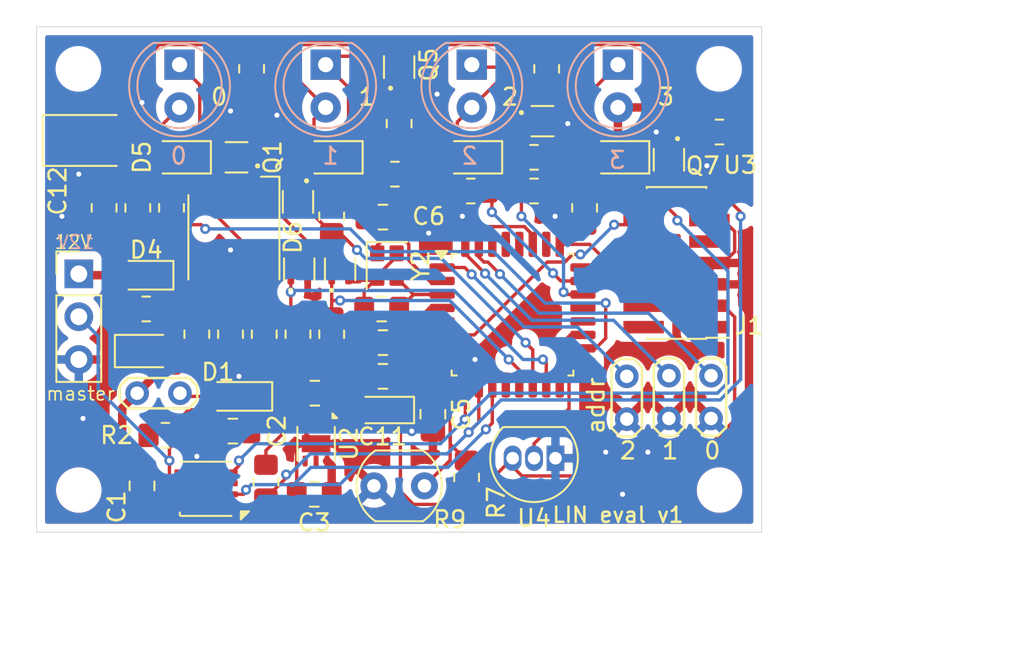
<source format=kicad_pcb>
(kicad_pcb (version 20240108) (generator "pcbnew") (generator_version "8.0")
  (layers (0 "F.Cu" signal) (31 "B.Cu" signal) (34 "B.Paste" user) (35 "F.Paste" user) (36 "B.SilkS" user "B.Silkscreen") (37 "F.SilkS" user "F.Silkscreen") (38 "B.Mask" user) (39 "F.Mask" user) (44 "Edge.Cuts" user))
  (net 0 "")
  (net 1 "VBAT")
  (net 2 "GND")
  (net 3 "/LIN")
  (net 4 "+3V3")
  (net 5 "/RST")
  (net 6 "Net-(U3-PC14)")
  (net 7 "Net-(U3-PC15)")
  (net 8 "Net-(D1-K)")
  (net 9 "Net-(D1-A)")
  (net 10 "Net-(D2-K)")
  (net 11 "Net-(D2-A)")
  (net 12 "Net-(D3-A)")
  (net 13 "Net-(D4-A)")
  (net 17 "/SWCLK")
  (net 19 "/SWDIO")
  (net 21 "/RXD")
  (net 22 "Net-(U3-PA0)")
  (net 23 "/LED_0")
  (net 24 "/LIN_SLEEP")
  (net 26 "/TXD")
  (net 31 "Net-(JP4-B)")
  (net 32 "/LED_1")
  (net 33 "Net-(JP2-B)")
  (net 39 "/LED_2")
  (net 41 "Net-(JP3-B)")
  (net 42 "Net-(U3-PA9{slash}NC)")
  (net 47 "Net-(Q1-G)")
  (net 48 "Net-(D6-GA)")
  (net 49 "Net-(D6-GK)")
  (net 50 "Net-(D6-RK)")
  (net 51 "Net-(D6-BA)")
  (net 52 "Net-(D6-BK)")
  (net 53 "Net-(D6-RA)")
  (net 54 "Net-(D7-A)")
  (net 55 "Net-(D7-K)")
  (net 56 "Net-(D10-K)")
  (net 57 "Net-(D10-A)")
  (net 58 "Net-(D11-A)")
  (net 59 "Net-(D11-K)")
  (net 60 "/LED_B")
  (net 61 "/LED_G")
  (net 62 "/LED_R")
  (net 63 "Net-(Q5-G)")
  (net 64 "Net-(Q6-G)")
  (net 65 "Net-(Q7-G)")
  (net 66 "/LED_3")
  (footprint "Resistor_SMD:R_0805_2012Metric_Pad1.20x1.40mm_HandSolder" (layer "F.Cu") (at 150.25 76.25 -90)
    (property "Reference" "R20" (hide yes))
    (property "Value" "R")
  )
  (footprint "LED_SMD:LED_0805_2012Metric_Pad1.15x1.40mm_HandSolder" (layer "F.Cu") (at 154.475 81.5 180)
    (property "Reference" "D12" (hide yes))
    (property "Value" "LED")
  )
  (footprint "Crystal:Crystal_SMD_SeikoEpson_FA128-4Pin_2.0x1.6mm" (layer "F.Cu") (at 140.775 87.925 -90)
    (property "Reference" "Y2")
    (property "Value" "8Mhz")
  )
  (footprint "Package_TO_SOT_SMD:SOT-523" (layer "F.Cu") (at 138 88.145 90)
    (property "Reference" "Q4" (hide yes))
    (property "Value" "DMG1012T")
  )
  (footprint "Capacitor_SMD:C_0805_2012Metric_Pad1.18x1.45mm_HandSolder" (layer "F.Cu") (at 140.5375 92.5 180)
    (property "Reference" "C10" (hide yes))
    (property "Value" "0.1uF")
  )
  (footprint "Package_TO_SOT_SMD:SOT-523" (layer "F.Cu") (at 131.855 81.5 180)
    (property "Reference" "Q1")
    (property "Value" "DMG1012T")
  )
  (footprint "Capacitor_SMD:C_0805_2012Metric_Pad1.18x1.45mm_HandSolder" (layer "F.Cu") (at 136.4625 101.5 180)
    (property "Reference" "C3")
    (property "Value" "1uF")
  )
  (footprint "Package_TO_SOT_THT:TO-92_Inline" (layer "F.Cu") (at 150.77 99.36 180)
    (property "Reference" "U4")
    (property "Value" "DS18B20")
  )
  (footprint "TestPoint:TestPoint_2Pads_Pitch2.54mm_Drill0.8mm" (layer "F.Cu") (at 160 97 90)
    (property "Reference" "JP4" (hide yes))
    (property "Value" "Jumper_2_Open")
  )
  (footprint "Package_TO_SOT_SMD:SOT-523" (layer "F.Cu") (at 141.5 76.145 90)
    (property "Reference" "Q5")
    (property "Value" "DMG1012T")
  )
  (footprint "TestPoint:TestPoint_2Pads_Pitch2.54mm_Drill0.8mm" (layer "F.Cu") (at 157.5 97 90)
    (property "Reference" "JP3" (hide yes))
    (property "Value" "Jumper_2_Open")
  )
  (footprint "Capacitor_Tantalum_SMD:CP_EIA-3528-15_AVX-H_Pad1.50x2.35mm_HandSolder" (layer "F.Cu") (at 123 80.5)
    (property "Reference" "C12")
    (property "Value" "10uF/16V")
  )
  (footprint "Capacitor_SMD:C_0805_2012Metric_Pad1.18x1.45mm_HandSolder" (layer "F.Cu") (at 131.6375 97.75)
    (property "Reference" "C2")
    (property "Value" "1nF")
  )
  (footprint "Resistor_SMD:R_0805_2012Metric_Pad1.20x1.40mm_HandSolder" (layer "F.Cu") (at 145.5 100.5 90)
    (property "Reference" "R7")
    (property "Value" "R")
  )
  (footprint "Resistor_SMD:R_0805_2012Metric_Pad1.20x1.40mm_HandSolder" (layer "F.Cu") (at 149.5 81.5)
    (property "Reference" "R19" (hide yes))
    (property "Value" "R")
  )
  (footprint "Package_DFN_QFN:DFN-8-1EP_3x3mm_P0.65mm_EP1.55x2.4mm" (layer "F.Cu") (at 130.05 101.175 180)
    (property "Reference" "U1" (hide yes))
    (property "Value" "TJA1029TK")
  )
  (footprint "Resistor_SMD:R_0805_2012Metric_Pad1.20x1.40mm_HandSolder" (layer "F.Cu") (at 132.75 76.25 -90)
    (property "Reference" "R17" (hide yes))
    (property "Value" "R")
  )
  (footprint "Capacitor_SMD:C_0805_2012Metric_Pad1.18x1.45mm_HandSolder" (layer "F.Cu") (at 140.5375 94.5 180)
    (property "Reference" "C9" (hide yes))
    (property "Value" "1uF")
  )
  (footprint "Resistor_SMD:R_0805_2012Metric_Pad1.20x1.40mm_HandSolder" (layer "F.Cu") (at 128 84.5 90)
    (property "Reference" "R3" (hide yes))
    (property "Value" "R")
  )
  (footprint "Package_TO_SOT_SMD:SOT-523" (layer "F.Cu") (at 157.5 81.645 -90)
    (property "Reference" "Q7")
    (property "Value" "DMG1012T")
  )
  (footprint "Resistor_SMD:R_0805_2012Metric_Pad1.20x1.40mm_HandSolder" (layer "F.Cu") (at 152.5 84.5 -90)
    (property "Reference" "R22" (hide yes))
    (property "Value" "R")
  )
  (footprint "Capacitor_SMD:C_0805_2012Metric_Pad1.18x1.45mm_HandSolder" (layer "F.Cu") (at 126.25 101 -90)
    (property "Reference" "C1")
    (property "Value" "100nF")
  )
  (footprint "Capacitor_SMD:C_0805_2012Metric_Pad1.18x1.45mm_HandSolder" (layer "F.Cu") (at 136.5 95.5 180)
    (property "Reference" "C4" (hide yes))
    (property "Value" "1uF")
  )
  (footprint "Resistor_SMD:R_0805_2012Metric_Pad1.20x1.40mm_HandSolder" (layer "F.Cu") (at 149.5 83.5)
    (property "Reference" "R21" (hide yes))
    (property "Value" "R")
  )
  (footprint "Resistor_SMD:R_0805_2012Metric_Pad1.20x1.40mm_HandSolder" (layer "F.Cu") (at 131.5 92 90)
    (property "Reference" "R10" (hide yes))
    (property "Value" "R")
  )
  (footprint "Resistor_SMD:R_0805_2012Metric_Pad1.20x1.40mm_HandSolder" (layer "F.Cu") (at 127.6375 98)
    (property "Reference" "R2")
    (property "Value" "1k")
  )
  (footprint "LED_SMD:LED_0805_2012Metric_Pad1.15x1.40mm_HandSolder" (layer "F.Cu") (at 137.475 81.5 180)
    (property "Reference" "D8" (hide yes))
    (property "Value" "LED")
  )
  (footprint "Resistor_SMD:R_0805_2012Metric_Pad1.20x1.40mm_HandSolder" (layer "F.Cu") (at 141.25 82.5 180)
    (property "Reference" "R15" (hide yes))
    (property "Value" "R")
  )
  (footprint "Resistor_SMD:R_0805_2012Metric_Pad1.20x1.40mm_HandSolder" (layer "F.Cu") (at 126 84.5 -90)
    (property "Reference" "R4" (hide yes))
    (property "Value" "R")
  )
  (footprint "Package_TO_SOT_SMD:SOT-523" (layer "F.Cu") (at 135.5 84.145 -90)
    (property "Reference" "Q3" (hide yes))
    (property "Value" "DMG1012T")
  )
  (footprint "LED_SMD:LED_0805_2012Metric_Pad1.15x1.40mm_HandSolder" (layer "F.Cu") (at 145.75 81.5 180)
    (property "Reference" "D10" (hide yes))
    (property "Value" "LED")
  )
  (footprint "Resistor_SMD:R_0805_2012Metric_Pad1.20x1.40mm_HandSolder" (layer "F.Cu") (at 137.5 92 -90)
    (property "Reference" "R12" (hide yes))
    (property "Value" "R")
  )
  (footprint "Capacitor_Tantalum_SMD:CP_EIA-2012-12_Kemet-R_Pad1.30x1.05mm_HandSolder" (layer "F.Cu") (at 140.5 96.5 180)
    (property "Reference" "C11")
    (property "Value" "10uF/10V")
  )
  (footprint "Resistor_SMD:R_0805_2012Metric_Pad1.20x1.40mm_HandSolder" (layer "F.Cu") (at 133.5 92 90)
    (property "Reference" "R6" (hide yes))
    (property "Value" "R")
  )
  (footprint "MountingHole:MountingHole_2.2mm_M2" (layer "F.Cu") (at 160.5 101.25)
    (property "Reference" "H1" (hide yes))
    (property "Value" "MountingHole" (hide yes))
  )
  (footprint "MountingHole:MountingHole_2.2mm_M2" (layer "F.Cu") (at 122.475 76.25)
    (property "Reference" "H2" (hide yes))
    (property "Value" "MountingHole" (hide yes))
  )
  (footprint "Package_TO_SOT_SMD:SOT-523" (layer "F.Cu") (at 150 79.355)
    (property "Reference" "Q6" (hide yes))
    (property "Value" "DMG1012T")
  )
  (footprint "Capacitor_SMD:C_0805_2012Metric_Pad1.18x1.45mm_HandSolder" (layer "F.Cu") (at 140.4625 90.5 180)
    (property "Reference" "C7" (hide yes))
    (property "Value" "10pF")
  )
  (footprint "MountingHole:MountingHole_2.2mm_M2" (layer "F.Cu") (at 122.5 101.25)
    (property "Reference" "H4" (hide yes))
    (property "Value" "MountingHole" (hide yes))
  )
  (footprint "Package_QFP:LQFP-32_7x7mm_P0.8mm" (layer "F.Cu") (at 148.225 90.84)
    (property "Reference" "U3")
    (property "Value" "STM32G030K8Tx")
  )
  (footprint "MountingHole:MountingHole_2.2mm_M2" (layer "F.Cu") (at 160.475 76.25)
    (property "Reference" "H3" (hide yes))
    (property "Value" "MountingHole" (hide yes))
  )
  (footprint "Resistor_SMD:R_0805_2012Metric_Pad1.20x1.40mm_HandSolder" (layer "F.Cu") (at 141.5 79.5 90)
    (property "Reference" "R16" (hide yes))
    (property "Value" "R")
  )
  (footprint "Resistor_SMD:R_0805_2012Metric_Pad1.20x1.40mm_HandSolder" (layer "F.Cu") (at 129.5 92 90)
    (property "Reference" "R11" (hide yes))
    (property "Value" "R")
  )
  (footprint "Package_DFN_QFN:DFN-6-1EP_2x2mm_P0.65mm_EP1.01x1.7mm" (layer "F.Cu") (at 136.575 98.5 -90)
    (property "Reference" "U2")
    (property "Value" "AP7370-33FDC")
  )
  (footprint "LED_SMD:LED_0805_2012Metric_Pad1.15x1.40mm_HandSolder" (layer "F.Cu") (at 128.475 81.5 180)
    (property "Reference" "D5")
    (property "Value" "LED")
  )
  (footprint "TestPoint:TestPoint_2Pads_Pitch2.54mm_Drill0.8mm" (layer "F.Cu") (at 125.96 95.5)
    (property "Reference" "JP1" (hide yes))
    (property "Value" "Jumper_2_Bridged")
  )
  (footprint "Resistor_SMD:R_0805_2012Metric_Pad1.20x1.40mm_HandSolder" (layer "F.Cu") (at 145.75 83.5 180)
    (property "Reference" "R18" (hide yes))
    (property "Value" "R" (hide yes))
  )
  (footprint "OptoDevice:R_LDR_5.0x4.1mm_P3mm_Vertical" (layer "F.Cu") (at 143 101 180)
    (property "Reference" "R9")
    (property "Value" "R_Photo")
  )
  (footprint "Resistor_SMD:R_0805_2012Metric_Pad1.20x1.40mm_HandSolder" (layer "F.Cu") (at 137.5 85 90)
    (property "Reference" "R13" (hide yes))
    (property "Value" "R")
  )
  (footprint "TestPoint:TestPoint_2Pads_Pitch2.54mm_Drill0.8mm" (layer "F.Cu") (at 155 97.04 90)
    (property "Reference" "JP2" (hide yes))
    (property "Value" "Jumper_2_Open")
  )
  (footprint "Connector_PinHeader_1.27mm:PinHeader_2x07_P1.27mm_Vertical_SMD" (layer "F.Cu") (at 157.95 87.77 180)
    (property "Reference" "J1")
    (property "Value" "STM32 SWD")
  )
  (footprint "Resistor_SMD:R_0805_2012Metric_Pad1.20x1.40mm_HandSolder" (layer "F.Cu") (at 124 84.5 90)
    (property "Reference" "R8" (hide yes))
    (property "Value" "R")
  )
  (footprint "Capacitor_SMD:C_0805_2012Metric_Pad1.18x1.45mm_HandSolder" (layer "F.Cu") (at 143.5 96.75 -90)
    (property "Reference" "C5")
    (property "Value" "0.1uF")
  )
  (footprint "LED_SMD:LED_0805_2012Metric_Pad1.15x1.40mm_HandSolder" (layer "F.Cu") (at 126.5 93)
    (property "Reference" "D3" (hide yes))
    (property "Value" "LED")
  )
  (footprint "Resistor_SMD:R_0805_2012Metric_Pad1.20x1.40mm_HandSolder" (layer "F.Cu") (at 160.5 80 180)
    (property "Reference" "R23" (hide yes))
    (property "Value" "R")
  )
  (footprint "Package_TO_SOT_SMD:SOT-523" (layer "F.Cu") (at 135.575 88.145 90)
    (property "Reference" "Q2" (hide yes))
    (property "Value" "DMG1012T")
  )
  (footprint "Connector_PinHeader_2.54mm:PinHeader_1x03_P2.54mm_Vertical" (layer "F.Cu") (at 122.5 88.42)
    (property "Reference" "J2" (hide yes))
    (property "Value" "Conn_01x03")
  )
  (footprint "Resistor_SMD:R_0805_2012Metric_Pad1.20x1.40mm_HandSolder" (layer "F.Cu") (at 135.5 92 -90)
    (property "Reference" "R14" (hide yes))
    (property "Value" "R")
  )
  (footprint "LED_SMD:LED_RGB_5050-6" (layer "F.Cu") (at 131.7 86.25 -90)
    (property "Reference" "D6")
    (property "Value" "LED_RGB")
  )
  (footprint "Resistor_SMD:R_0805_2012Metric_Pad1.20x1.40mm_HandSolder" (layer "F.Cu") (at 133.6 100.75 90)
    (property "Reference" "R1" (hide yes))
    (property "Value" "10k")
  )
  (footprint "Diode_SMD:D_SOD-323_HandSoldering" (layer "F.Cu") (at 131.96 95.69 180)
    (property "Reference" "D1")
    (property "Value" "D")
  )
  (footprint "Capacitor_SMD:C_0805_2012Metric_Pad1.18x1.45mm_HandSolder" (layer "F.Cu") (at 140.5375 85.05)
    (property "Reference" "C6")
    (property "Value" "10pF")
  )
  (footprint "Diode_SMD:D_SOD-323F" (layer "F.Cu") (at 126.5 88.5 180)
    (property "Reference" "D4")
    (property "Value" "PMEG3020EJ")
  )
  (footprint "Resistor_SMD:R_0805_2012Metric_Pad1.20x1.40mm_HandSolder" (layer "F.Cu") (at 126.5 90.5 180)
    (property "Reference" "R5" (hide yes))
    (property "Value" "R")
  )
  (footprint "LED_THT:LED_D5.0mm" (layer "B.Cu") (at 137.141666 76 -90)
    (property "Reference" "D7" (hide yes))
    (property "Value" "LED")
  )
  (footprint "LED_THT:LED_D5.0mm" (layer "B.Cu") (at 154.475 76 -90)
    (property "Reference" "D11" (hide yes))
    (property "Value" "LED")
  )
  (footprint "LED_THT:LED_D5.0mm" (layer "B.Cu") (at 145.808332 76 -90)
    (property "Reference" "D9" (hide yes))
    (property "Value" "LED")
  )
  (footprint "LED_THT:LED_D5.0mm" (layer "B.Cu") (at 128.475 76 -90)
    (property "Reference" "D2" (hide yes))
    (property "Value" "LED")
  )
  (gr_rect (start 120 73.75) (end 163 103.75) (stroke (width 0.05)) (fill none) (layer "Edge.Cuts"))
  (gr_text "3" (at 155 82.25 -0) (layer "B.SilkS") (effects (font (size 1 1)) (justify left bottom mirror)))
  (gr_text "12V" (at 123.5 87 -0) (layer "B.SilkS") (effects (font (size 0.8 0.8) (thickness 0.1)) (justify left bottom mirror)))
  (gr_text "0\n" (at 129 82 -0) (layer "B.SilkS") (effects (font (size 1 1)) (justify left bottom mirror)))
  (gr_text "1" (at 138 82 -0) (layer "B.SilkS") (effects (font (size 1 1)) (justify left bottom mirror)))
  (gr_text "2" (at 146.25 82 -0) (layer "B.SilkS") (effects (font (size 1 1)) (justify left bottom mirror)))
  (gr_text "12V" (at 121 87 0) (layer "F.SilkS") (effects (font (size 0.8 0.8) (thickness 0.1)) (justify left bottom)))
  (gr_text "LIN eval v1" (at 150.5 103.25 0) (layer "F.SilkS") (effects (font (size 0.9 0.9)) (justify left bottom)))
  (gr_text "2" (at 147.5 78.5 0) (layer "F.SilkS") (effects (font (size 1 1)) (justify left bottom)))
  (gr_text "0\n" (at 130.25 78.5 0) (layer "F.SilkS") (effects (font (size 1 1)) (justify left bottom)))
  (gr_text "addr" (at 153.75 98 90) (layer "F.SilkS") (effects (font (size 1 1)) (justify left bottom)))
  (gr_text "1" (at 139 78.5 0) (layer "F.SilkS") (effects (font (size 1 1)) (justify left bottom)))
  (gr_text "1" (at 157 99.5 0) (layer "F.SilkS") (effects (font (size 1 1)) (justify left bottom)))
  (gr_text "0\n" (at 159.5 99.5 0) (layer "F.SilkS") (effects (font (size 1 1)) (justify left bottom)))
  (gr_text "master" (at 120.5 96 0) (layer "F.SilkS") (effects (font (size 0.8 0.8) (thickness 0.1)) (justify left bottom)))
  (gr_text "2" (at 154.5 99.5 0) (layer "F.SilkS") (effects (font (size 1 1)) (justify left bottom)))
  (gr_text "3" (at 156.75 78.5 0) (layer "F.SilkS") (effects (font (size 1 1)) (justify left bottom)))
  (segment (start 127.225 74.65) (end 121.375 80.5) (width 0.5) (layer "F.Cu") (net 1))
  (segment (start 137.5 101.5) (end 137.5 99.8025) (width 0.5) (layer "F.Cu") (net 1))
  (segment (start 150.45 74.8) (end 156.3 74.8) (width 0.2) (layer "F.Cu") (net 1))
  (segment (start 127.5 74.65) (end 127.225 74.65) (width 0.5) (layer "F.Cu") (net 1))
  (segment (start 126.25 99.9625) (end 127.425 101.1375) (width 0.5) (layer "F.Cu") (net 1))
  (segment (start 127.125 74.65) (end 127.5 74.65) (width 0.5) (layer "F.Cu") (net 1))
  (segment (start 131.5 74.65) (end 149 74.65) (width 0.5) (layer "F.Cu") (net 1))
  (segment (start 131.75 102.9) (end 136.1 102.9) (width 0.5) (layer "F.Cu") (net 1))
  (segment (start 127.31 94.15) (end 125.96 95.5) (width 0.5) (layer "F.Cu") (net 1))
  (segment (start 136.1 102.9) (end 132.25 102.9) (width 0.2) (layer "F.Cu") (net 1))
  (segment (start 129.5 93) (end 128.35 94.15) (width 0.5) (layer "F.Cu") (net 1))
  (segment (start 127.6 88.5) (end 127 88.5) (width 0.5) (layer "F.Cu") (net 1))
  (segment (start 132.75 75) (end 132.55 74.8) (width 0.2) (layer "F.Cu") (net 1))
  (segment (start 128 102.9) (end 131.75 102.9) (width 0.5) (layer "F.Cu") (net 1))
  (segment (start 136.1 102.9) (end 137.5 101.5) (width 0.5) (layer "F.Cu") (net 1))
  (segment (start 129.5 93) (end 127.5 91) (width 0.5) (layer "F.Cu") (net 1))
  (segment (start 132.55 74.8) (end 127.45 74.8) (width 0.2) (layer "F.Cu") (net 1))
  (segment (start 132.95 74.8) (end 150.05 74.8) (width 0.2) (layer "F.Cu") (net 1))
  (segment (start 132.75 75) (end 132.95 74.8) (width 0.2) (layer "F.Cu") (net 1))
  (segment (start 127.7875 101.5) (end 127.425 101.1375) (width 0.2) (layer "F.Cu") (net 1))
  (segment (start 149.65 74.65) (end 150.25 75.25) (width 0.5) (layer "F.Cu") (net 1))
  (segment (start 127.5 90.5) (end 127.5 88.6) (width 0.5) (layer "F.Cu") (net 1))
  (segment (start 161.5 80) (end 156.3 74.8) (width 0.2) (layer "F.Cu") (net 1))
  (segment (start 149 74.65) (end 149.65 74.65) (width 0.5) (layer "F.Cu") (net 1))
  (segment (start 127.425 101.1375) (end 127.425 102.325) (width 0.5) (layer "F.Cu") (net 1))
  (segment (start 127.5 74.65) (end 131.5 74.65) (width 0.5) (layer "F.Cu") (net 1))
  (segment (start 156.15 74.65) (end 161.5 80) (width 0.5) (layer "F.Cu") (net 1))
  (segment (start 127.5 91) (end 127.5 90.5) (width 0.5) (layer "F.Cu") (net 1))
  (segment (start 125.075 98.7875) (end 126.25 99.9625) (width 0.5) (layer "F.Cu") (net 1))
  (segment (start 131.75 102.9) (end 132.25 102.9) (width 0.5) (layer "F.Cu") (net 1))
  (segment (start 150.25 75) (end 150.45 74.8) (width 0.2) (layer "F.Cu") (net 1))
  (segment (start 125.96 95.5) (end 125.075 96.385) (width 0.5) (layer "F.Cu") (net 1))
  (segment (start 127.5 88.6) (end 127.6 88.5) (width 0.5) (layer "F.Cu") (net 1))
  (segment (start 137.5 99.8025) (end 137.225 99.5275) (width 0.5) (layer "F.Cu") (net 1))
  (segment (start 125.075 96.385) (end 125.075 98.7875) (width 0.5) (layer "F.Cu") (net 1))
  (segment (start 150.05 74.8) (end 150.25 75) (width 0.2) (layer "F.Cu") (net 1))
  (segment (start 131.5 74.65) (end 132.15 74.65) (width 0.5) (layer "F.Cu") (net 1))
  (segment (start 128.5 101.5) (end 127.7875 101.5) (width 0.2) (layer "F.Cu") (net 1))
  (segment (start 121.375 80.5) (end 121.375 82.875) (width 0.5) (layer "F.Cu") (net 1))
  (segment (start 128.35 94.15) (end 127.31 94.15) (width 0.5) (layer "F.Cu") (net 1))
  (segment (start 121.375 82.875) (end 124 85.5) (width 0.5) (layer "F.Cu") (net 1))
  (segment (start 132.15 74.65) (end 132.75 75.25) (width 0.5) (layer "F.Cu") (net 1))
  (segment (start 127 88.5) (end 124 85.5) (width 0.5) (layer "F.Cu") (net 1))
  (segment (start 129.5 93) (end 133.5 93) (width 0.5) (layer "F.Cu") (net 1))
  (segment (start 149 74.65) (end 156.15 74.65) (width 0.5) (layer "F.Cu") (net 1))
  (segment (start 127.425 102.325) (end 128 102.9) (width 0.5) (layer "F.Cu") (net 1))
  (segment (start 125.96 95.5) (end 125.26 96.2) (width 0.2) (layer "F.Cu") (net 1))
  (segment (start 139.425 90.5) (end 139.425 89.425) (width 0.2) (layer "F.Cu") (net 2))
  (segment (start 137.5 84) (end 136.445 82.945) (width 0.2) (layer "F.Cu") (net 2))
  (segment (start 151.145 79.855) (end 151.5 79.5) (width 0.2) (layer "F.Cu") (net 2))
  (segment (start 139.5 92.5) (end 139.25 92.5) (width 0.2) (layer "F.Cu") (net 2))
  (segment (start 126 85.5) (end 127.5 87) (width 0.2) (layer "F.Cu") (net 2))
  (segment (start 135.425 98.6) (end 135.525 98.5) (width 0.2) (layer "F.Cu") (net 2))
  (segment (start 135.4625 93.0375) (end 135.5 93) (width 0.2) (layer "F.Cu") (net 2))
  (segment (start 142.25 97.75) (end 143.4625 97.75) (width 0.2) (layer "F.Cu") (net 2))
  (segment (start 134 94.5) (end 132 94.5) (width 0.2) (layer "F.Cu") (net 2))
  (segment (start 135.425 101.5) (end 135.425 98.6) (width 0.2) (layer "F.Cu") (net 2))
  (segment (start 143.4625 97.75) (end 143.5 97.7875) (width 0.2) (layer "F.Cu") (net 2))
  (segment (start 141.575 84.210494) (end 141.364506 84) (width 0.2) (layer "F.Cu") (net 2))
  (segment (start 132.675 98) (end 132.9625 98) (width 0.2) (layer "F.Cu") (net 2))
  (segment (start 128.5 100.2) (end 129.075 100.2) (width 0.2) (layer "F.Cu") (net 2))
  (segment (start 138.5 88.79) (end 137.945 88.235) (width 0.2) (layer "F.Cu") (net 2))
  (segment (start 144.05 91.24) (end 143.300001 91.24) (width 0.2) (layer "F.Cu") (net 2))
  (segment (start 135.525 98.5) (end 136.575 98.5) (width 0.2) (layer "F.Cu") (net 2))
  (segment (start 136.445 82.945) (end 135.555 82.945) (width 0.2) (layer "F.Cu") (net 2))
  (segment (start 140.2 88.53266) (end 141.35 87.38266) (width 0.2) (layer "F.Cu") (net 2))
  (segment (start 159.9 85.23) (end 160.73 85.23) (width 0.2) (layer "F.Cu") (net 2))
  (segment (start 140.2 88.65) (end 140.2 88.53266) (width 0.2) (layer "F.Cu") (net 2))
  (segment (start 135.925 97.85) (end 136.575 98.5) (width 0.2) (layer "F.Cu") (net 2))
  (segment (start 142.4625 96.75) (end 143.5 97.7875) (width 0.2) (layer "F.Cu") (net 2))
  (segment (start 152.5 85.5) (end 151.25 85.5) (width 0.2) (layer "F.Cu") (net 2))
  (segment (start 161.4 87.1) (end 160.73 87.77) (width 0.2) (layer "F.Cu") (net 2))
  (segment (start 127.5 87) (end 131.5 87) (width 0.2) (layer "F.Cu") (net 2))
  (segment (start 137.945 88.235) (end 136.63 88.235) (width 0.2) (layer "F.Cu") (net 2))
  (segment (start 139.25 92.5) (end 138.75 93) (width 0.2) (layer "F.Cu") (net 2))
  (segment (start 135.925 97.4725) (end 135.925 97.85) (width 0.2) (layer "F.Cu") (net 2))
  (segment (start 135.555 82.945) (end 135 83.5) (width 0.2) (layer "F.Cu") (net 2))
  (segment (start 141.35 87.38266) (end 141.35 87.2) (width 0.2) (layer "F.Cu") (net 2))
  (segment (start 139.425 89.425) (end 140.2 88.65) (width 0.2) (layer "F.Cu") (net 2))
  (segment (start 135.4625 95.5) (end 135.4625 93.0375) (width 0.2) (layer "F.Cu") (net 2))
  (segment (start 135.5 93) (end 134 94.5) (width 0.2) (layer "F.Cu") (net 2))
  (segment (start 143.300001 91.24) (end 142.4625 92.077501) (width 0.2) (layer "F.Cu") (net 2))
  (segment (start 151.25 85.5) (end 150.75 85) (width 0.2) (layer "F.Cu") (net 2))
  (segment (start 136.63 88.235) (end 136.075 88.79) (width 0.2) (layer "F.Cu") (net 2))
  (segment (start 141.575 85.05) (end 141.575 84.210494) (width 0.2) (layer "F.Cu") (net 2))
  (segment (start 141.364506 84) (end 137.5 84) (width 0.2) (layer "F.Cu") (net 2))
  (segment (start 160.73 85.23) (end 161.4 85.9) (width 0.2) (layer "F.Cu") (net 2))
  (segment (start 132.9625 98) (end 135.4625 95.5) (width 0.2) (layer "F.Cu") (net 2))
  (segment (start 142.4625 92.077501) (end 142.4625 96.75) (width 0.2) (layer "F.Cu") (net 2))
  (segment (start 161.4 85.9) (end 161.4 87.1) (width 0.2) (layer "F.Cu") (net 2))
  (segment (start 160.73 87.77) (end 159.9 87.77) (width 0.2) (layer "F.Cu") (net 2))
  (segment (start 138.75 93) (end 137.5 93) (width 0.2) (layer "F.Cu") (net 2))
  (segment (start 129.075 100.2) (end 130.05 101.175) (width 0.2) (layer "F.Cu") (net 2))
  (segment (start 149.355 79.855) (end 151.145 79.855) (width 0.2) (layer "F.Cu") (net 2))
  (via (at 145.25 85) (size 0.6) (drill 0.3) (layers "F.Cu" "B.Cu") (net 2))
  (via (at 143.25 86) (size 0.6) (drill 0.3) (layers "F.Cu" "B.Cu") (net 2))
  (via (at 143.75 77.75) (size 0.6) (drill 0.3) (layers "F.Cu" "B.Cu") (net 2))
  (via (at 122.75 97) (size 0.6) (drill 0.3) (layers "F.Cu" "B.Cu") (net 2))
  (via (at 156.25 99) (size 0.6) (drill 0.3) (layers "F.Cu" "B.Cu") (net 2))
  (via (at 122.5 82.5) (size 0.6) (drill 0.3) (layers "F.Cu" "B.Cu") (net 2))
  (via (at 126.25 78.25) (size 0.6) (drill 0.3) (layers "F.Cu" "B.Cu") (net 2))
  (via (at 150.75 85) (size 0.6) (drill 0.3) (layers "F.Cu" "B.Cu") (net 2))
  (via (at 121.5 85) (size 0.6) (drill 0.3) (layers "F.Cu" "B.Cu") (net 2))
  (via (at 129.5 99.25) (size 0.6) (drill 0.3) (layers "F.Cu" "B.Cu") (net 2))
  (via (at 151.5 79.5) (size 0.6) (drill 0.3) (layers "F.Cu" "B.Cu") (net 2))
  (via (at 132 94.5) (size 0.6) (drill 0.3) (layers "F.Cu" "B.Cu") (net 2))
  (via (at 146 93.5) (size 0.6) (drill 0.3) (layers "F.Cu" "B.Cu") (net 2))
  (via (at 159.75 82) (size 0.6) (drill 0.3) (layers "F.Cu" "B.Cu") (net 2))
  (via (at 131.5 78.75) (size 0.6) (drill 0.3) (layers "F.Cu" "B.Cu") (net 2))
  (via (at 142.25 97.75) (size 0.6) (drill 0.3) (layers "F.Cu" "B.Cu") (net 2))
  (via (at 134.25 79) (size 0.6) (drill 0.3) (layers "F.Cu" "B.Cu") (net 2))
  (via (at 153.75 99) (size 0.6) (drill 0.3) (layers "F.Cu" "B.Cu") (net 2))
  (via (at 154.75 101.5) (size 0.6) (drill 0.3) (layers "F.Cu" "B.Cu") (net 2))
  (via (at 131.5 87) (size 0.6) (drill 0.3) (layers "F.Cu" "B.Cu") (net 2))
  (via (at 156.75 80) (size 0.6) (drill 0.3) (layers "F.Cu" "B.Cu") (net 2))
  (segment (start 127.875 100.75) (end 127.975 100.85) (width 0.2) (layer "F.Cu") (net 3))
  (segment (start 128.6375 98) (end 130.6 98) (width 0.2) (layer "F.Cu") (net 3))
  (segment (start 127.875 98.7625) (end 127.875 99.5) (width 0.2) (layer "F.Cu") (net 3))
  (segment (start 127.975 100.85) (end 128.5 100.85) (width 0.2) (layer "F.Cu") (net 3))
  (segment (start 127.875 99.5) (end 127.875 100.75) (width 0.2) (layer "F.Cu") (net 3))
  (segment (start 128.6375 98) (end 127.875 98.7625) (width 0.2) (layer "F.Cu") (net 3))
  (via (at 127.875 99.5) (size 0.6) (drill 0.3) (layers "F.Cu" "B.Cu") (net 3))
  (segment (start 123.65 95.275) (end 127.875 99.5) (width 0.2) (layer "B.Cu") (net 3))
  (segment (start 123.65 92.11) (end 123.65 95.275) (width 0.2) (layer "B.Cu") (net 3))
  (segment (start 122.5 90.96) (end 123.65 92.11) (width 0.2) (layer "B.Cu") (net 3))
  (segment (start 141.575 96.5) (end 141.575 92.5) (width 0.2) (layer "F.Cu") (net 4))
  (segment (start 160.73 90.31) (end 161.4 90.98) (width 0.2) (layer "F.Cu") (net 4))
  (segment (start 137.375 97.6225) (end 140.4525 97.6225) (width 0.2) (layer "F.Cu") (net 4))
  (segment (start 137.225 97.150001) (end 136.824999 96.75) (width 0.2) (layer "F.Cu") (net 4))
  (segment (start 133.6 100) (end 133.6 98.9) (width 0.2) (layer "F.Cu") (net 4))
  (segment (start 144.9 102.1) (end 142.35 102.1) (width 0.2) (layer "F.Cu") (net 4))
  (segment (start 137.225 97.4725) (end 137.225 95.8125) (width 0.2) (layer "F.Cu") (net 4))
  (segment (start 137.225 97.4725) (end 137.375 97.6225) (width 0.2) (layer "F.Cu") (net 4))
  (segment (start 161.4 90.98) (end 161.4 97.1) (width 0.2) (layer "F.Cu") (net 4))
  (segment (start 141.575 92.5) (end 141.575 92.165001) (width 0.2) (layer "F.Cu") (net 4))
  (segment (start 141.575 101.325) (end 141.575 96.5) (width 0.2) (layer "F.Cu") (net 4))
  (segment (start 146.09 101.5) (end 148.23 99.36) (width 0.2) (layer "F.Cu") (net 4))
  (segment (start 145.5 101.5) (end 144.9 102.1) (width 0.2) (layer "F.Cu") (net 4))
  (segment (start 137.225 95.8125) (end 137.5375 95.5) (width 0.2) (layer "F.Cu") (net 4))
  (segment (start 141.575 92.165001) (end 143.300001 90.44) (width 0.2) (layer "F.Cu") (net 4))
  (segment (start 137.225 97.4725) (end 137.225 97.150001) (width 0.2) (layer "F.Cu") (net 4))
  (segment (start 136.824999 96.75) (end 135.75 96.75) (width 0.2) (layer "F.Cu") (net 4))
  (segment (start 143.300001 90.44) (end 144.05 90.44) (width 0.2) (layer "F.Cu") (net 4))
  (segment (start 158.09 100.41) (end 148.78 100.41) (width 0.2) (layer "F.Cu") (net 4))
  (segment (start 142.35 102.1) (end 141.575 101.325) (width 0.2) (layer "F.Cu") (net 4))
  (segment (start 161.4 97.1) (end 158.09 100.41) (width 0.2) (layer "F.Cu") (net 4))
  (segment (start 140.4525 97.6225) (end 141.575 96.5) (width 0.2) (layer "F.Cu") (net 4))
  (segment (start 145.5 101.5) (end 146.09 101.5) (width 0.2) (layer "F.Cu") (net 4))
  (segment (start 133.6 98.9) (end 135.75 96.75) (width 0.2) (layer "F.Cu") (net 4))
  (segment (start 148.23 99.86) (end 148.23 99.36) (width 0.2) (layer "F.Cu") (net 4))
  (segment (start 148.78 100.41) (end 148.23 99.86) (width 0.2) (layer "F.Cu") (net 4))
  (segment (start 159.9 90.31) (end 160.73 90.31) (width 0.2) (layer "F.Cu") (net 4))
  (segment (start 144.05 92.04) (end 145.96 92.04) (width 0.2) (layer "F.Cu") (net 5))
  (segment (start 155.73 85.5) (end 156 85.23) (width 0.2) (layer "F.Cu") (net 5))
  (segment (start 143.5 95.425) (end 143 94.925) (width 0.2) (layer "F.Cu") (net 5))
  (segment (start 151.779506 87.265) (end 152.25 87.265) (width 0.2) (layer "F.Cu") (net 5))
  (segment (start 154.25 85.5) (end 155.73 85.5) (width 0.2) (layer "F.Cu") (net 5))
  (segment (start 143 94.925) (end 143 92.340001) (width 0.2) (layer "F.Cu") (net 5))
  (segment (start 150.285 87.715) (end 151.329506 87.715) (width 0.2) (layer "F.Cu") (net 5))
  (segment (start 151.329506 87.715) (end 151.779506 87.265) (width 0.2) (layer "F.Cu") (net 5))
  (segment (start 145.96 92.04) (end 150.285 87.715) (width 0.2) (layer "F.Cu") (net 5))
  (segment (start 143.300001 92.04) (end 144.05 92.04) (width 0.2) (layer "F.Cu") (net 5))
  (segment (start 143 92.340001) (end 143.300001 92.04) (width 0.2) (layer "F.Cu") (net 5))
  (via (at 152.25 87.265) (size 0.6) (drill 0.3) (layers "F.Cu" "B.Cu") (net 5))
  (via (at 154.25 85.5) (size 0.6) (drill 0.3) (layers "F.Cu" "B.Cu") (net 5))
  (segment (start 152.485 87.265) (end 154.25 85.5) (width 0.2) (layer "B.Cu") (net 5))
  (segment (start 152.25 87.265) (end 152.485 87.265) (width 0.2) (layer "B.Cu") (net 5))
  (segment (start 140.2 86.725001) (end 140.2 87.2) (width 0.2) (layer "F.Cu") (net 6))
  (segment (start 139.5 85.424999) (end 139.5 85.05) (width 0.2) (layer "F.Cu") (net 6))
  (segment (start 142.075 86.65766) (end 141.84234 86.425) (width 0.2) (layer "F.Cu") (net 6))
  (segment (start 140.500001 86.425) (end 139.5 85.424999) (width 0.2) (layer "F.Cu") (net 6))
  (segment (start 140.500001 86.425) (end 140.2 86.725001) (width 0.2) (layer "F.Cu") (net 6))
  (segment (start 142.075 87.614999) (end 142.075 86.65766) (width 0.2) (layer "F.Cu") (net 6))
  (segment (start 143.300001 88.84) (end 142.075 87.614999) (width 0.2) (layer "F.Cu") (net 6))
  (segment (start 144.05 88.84) (end 143.300001 88.84) (width 0.2) (layer "F.Cu") (net 6))
  (segment (start 140.500001 86.425) (end 141.84234 86.425) (width 0.2) (layer "F.Cu") (net 6))
  (segment (start 142.36 89.64) (end 144.05 89.64) (width 0.2) (layer "F.Cu") (net 7))
  (segment (start 141.5 90.5) (end 142.36 89.64) (width 0.2) (layer "F.Cu") (net 7))
  (segment (start 144.05 89.64) (end 142.34 89.64) (width 0.2) (layer "F.Cu") (net 7))
  (segment (start 142.34 89.64) (end 141.35 88.65) (width 0.2) (layer "F.Cu") (net 7))
  (segment (start 128.5 97) (end 127.6375 97) (width 0.2) (layer "F.Cu") (net 8))
  (segment (start 129.01 96.49) (end 128.5 97) (width 0.2) (layer "F.Cu") (net 8))
  (segment (start 133.21 95.69) (end 132.41 96.49) (width 0.2) (layer "F.Cu") (net 8))
  (segment (start 127.6375 97) (end 126.6375 98) (width 0.2) (layer "F.Cu") (net 8))
  (segment (start 132.41 96.49) (end 129.01 96.49) (width 0.2) (layer "F.Cu") (net 8))
  (segment (start 130.71 95.69) (end 128.69 95.69) (width 0.2) (layer "F.Cu") (net 9))
  (segment (start 128.69 95.69) (end 128.5 95.5) (width 0.2) (layer "F.Cu") (net 9))
  (segment (start 129.5 81.5) (end 129.675 81.325) (width 0.2) (layer "F.Cu") (net 10))
  (segment (start 129.675 77.2) (end 128.475 76) (width 0.2) (layer "F.Cu") (net 10))
  (segment (start 131.21 81.5) (end 129.5 81.5) (width 0.2) (layer "F.Cu") (net 10))
  (segment (start 129.675 81.325) (end 129.675 77.2) (width 0.2) (layer "F.Cu") (net 10))
  (segment (start 124 83.5) (end 126 81.5) (width 0.2) (layer "F.Cu") (net 11))
  (segment (start 126 81.5) (end 127.45 81.5) (width 0.2) (layer "F.Cu") (net 11))
  (segment (start 127.45 79.565) (end 128.475 78.54) (width 0.2) (layer "F.Cu") (net 11))
  (segment (start 127.45 81.5) (end 127.45 79.565) (width 0.2) (layer "F.Cu") (net 11))
  (segment (start 125.5 90.5) (end 125.525 90.5) (width 0.2) (layer "F.Cu") (net 12))
  (segment (start 125.525 90.5) (end 127.525 92.5) (width 0.2) (layer "F.Cu") (net 12))
  (segment (start 122.58 88.5) (end 122.5 88.42) (width 0.5) (layer "F.Cu") (net 13))
  (segment (start 125.4 88.5) (end 122.58 88.5) (width 0.5) (layer "F.Cu") (net 13))
  (segment (start 156 89.04) (end 155.17 89.04) (width 0.2) (layer "F.Cu") (net 17))
  (segment (start 155.17 89.04) (end 152.795 86.665) (width 0.2) (layer "F.Cu") (net 17))
  (segment (start 152.795 86.665) (end 151.025 86.665) (width 0.2) (layer "F.Cu") (net 17))
  (segment (start 152.954506 88.04) (end 152.4 88.04) (width 0.2) (layer "F.Cu") (net 19))
  (segment (start 155.224506 90.31) (end 152.954506 88.04) (width 0.2) (layer "F.Cu") (net 19))
  (segment (start 156 90.31) (end 155.224506 90.31) (width 0.2) (layer "F.Cu") (net 19))
  (segment (start 133.6 102) (end 133 102) (width 0.2) (layer "F.Cu") (net 21))
  (segment (start 146.225 97.220773) (end 146.225 95.015) (width 0.2) (layer "F.Cu") (net 21))
  (segment (start 160.96 83.96) (end 159.9 83.96) (width 0.2) (layer "F.Cu") (net 21))
  (segment (start 145.623742 97.822031) (end 146.225 97.220773) (width 0.2) (layer "F.Cu") (net 21))
  (segment (start 134.799999 100.527757) (end 133.6 101.727756) (width 0.2) (layer "F.Cu") (net 21))
  (segment (start 133.6 101.584744) (end 133.6 102) (width 0.2) (layer "F.Cu") (net 21))
  (segment (start 133.6 101.727756) (end 133.6 102) (width 0.2) (layer "F.Cu") (net 21))
  (segment (start 161.75 84.75) (end 160.96 83.96) (width 0.2) (layer "F.Cu") (net 21))
  (segment (start 133 102) (end 132.85 102.15) (width 0.2) (layer "F.Cu") (net 21))
  (segment (start 134.799999 100.326993) (end 134.799999 100.527757) (width 0.2) (layer "F.Cu") (net 21))
  (segment (start 161.75 85) (end 161.75 84.75) (width 0.2) (layer "F.Cu") (net 21))
  (segment (start 132.85 102.15) (end 131.6 102.15) (width 0.2) (layer "F.Cu") (net 21))
  (via (at 161.75 85) (size 0.6) (drill 0.3) (layers "F.Cu" "B.Cu") (net 21))
  (via (at 145.623742 97.822031) (size 0.6) (drill 0.3) (layers "F.Cu" "B.Cu") (net 21))
  (via (at 134.799999 100.326993) (size 0.6) (drill 0.3) (layers "F.Cu" "B.Cu") (net 21))
  (segment (start 134.997245 100.326993) (end 134.799999 100.326993) (width 0.2) (layer "B.Cu") (net 21))
  (segment (start 160.5399 95.9) (end 161.75 94.6899) (width 0.2) (layer "B.Cu") (net 21))
  (segment (start 161.75 94.6899) (end 161.75 85) (width 0.2) (layer "B.Cu") (net 21))
  (segment (start 144.345773 99.1) (end 136.224238 99.1) (width 0.2) (layer "B.Cu") (net 21))
  (segment (start 145.623742 97.822031) (end 147.545773 95.9) (width 0.2) (layer "B.Cu") (net 21))
  (segment (start 134.997245 100.326993) (end 136.224238 99.1) (width 0.2) (layer "B.Cu") (net 21))
  (segment (start 147.545773 95.9) (end 160.5399 95.9) (width 0.2) (layer "B.Cu") (net 21))
  (segment (start 145.623742 97.822031) (end 144.345773 99.1) (width 0.2) (layer "B.Cu") (net 21))
  (segment (start 145.1 93.944506) (end 144.525 94.519506) (width 0.2) (layer "F.Cu") (net 22))
  (segment (start 143 101) (end 144.525 99.475) (width 0.2) (layer "F.Cu") (net 22))
  (segment (start 145.1 93.140001) (end 145.1 93.985494) (width 0.2) (layer "F.Cu") (net 22))
  (segment (start 145.1 93.985494) (end 144.525 94.560494) (width 0.2) (layer "F.Cu") (net 22))
  (segment (start 144.525 94.560494) (end 144.525 98) (width 0.2) (layer "F.Cu") (net 22))
  (segment (start 144.525 99.475) (end 144.525 98) (width 0.2) (layer "F.Cu") (net 22))
  (segment (start 144.799999 92.84) (end 145.1 93.140001) (width 0.2) (layer "F.Cu") (net 22))
  (segment (start 144.05 92.84) (end 144.799999 92.84) (width 0.2) (layer "F.Cu") (net 22))
  (segment (start 144.525 98.525) (end 145.5 99.5) (width 0.2) (layer "F.Cu") (net 22))
  (segment (start 144.525 98) (end 144.525 98.525) (width 0.2) (layer "F.Cu") (net 22))
  (segment (start 145.1 93.140001) (end 145.1 93.944506) (width 0.2) (layer "F.Cu") (net 22))
  (segment (start 153.149999 92.84) (end 153.75 92.239999) (width 0.2) (layer "F.Cu") (net 23))
  (segment (start 129.75 85.5) (end 128 85.5) (width 0.2) (layer "F.Cu") (net 23))
  (segment (start 152.4 92.84) (end 153.149999 92.84) (width 0.2) (layer "F.Cu") (net 23))
  (segment (start 130 85.75) (end 129.75 85.5) (width 0.2) (layer "F.Cu") (net 23))
  (segment (start 153.75 92.239999) (end 153.75 90.15) (width 0.2) (layer "F.Cu") (net 23))
  (via (at 153.75 90.15) (size 0.6) (drill 0.3) (layers "F.Cu" "B.Cu") (net 23))
  (via (at 130 85.75) (size 0.6) (drill 0.3) (layers "F.Cu" "B.Cu") (net 23))
  (segment (start 140 87.1) (end 147.1 87.1) (width 0.2) (layer "B.Cu") (net 23))
  (segment (start 138.598529 85.75) (end 130 85.75) (width 0.2) (layer "B.Cu") (net 23))
  (segment (start 140 87.1) (end 139.948529 87.1) (width 0.2) (layer "B.Cu") (net 23))
  (segment (start 147.1 87.1) (end 150.15 90.15) (width 0.2) (layer "B.Cu") (net 23))
  (segment (start 138.598529 85.75) (end 139.948529 87.1) (width 0.2) (layer "B.Cu") (net 23))
  (segment (start 153.75 90.15) (end 150.15 90.15) (width 0.2) (layer "B.Cu") (net 23))
  (segment (start 132.272829 101.5) (end 131.6 101.5) (width 0.2) (layer "F.Cu") (net 24))
  (segment (start 147.025 97.269302) (end 146.646029 97.648273) (width 0.2) (layer "F.Cu") (net 24))
  (segment (start 147.025 95.015) (end 147.025 97.269302) (width 0.2) (layer "F.Cu") (net 24))
  (via (at 146.646029 97.648273) (size 0.6) (drill 0.3) (layers "F.Cu" "B.Cu") (net 24))
  (via (at 132.41827 101.234281) (size 0.6) (drill 0.3) (layers "F.Cu" "B.Cu") (net 24))
  (segment (start 139 99.9) (end 137.973007 100.926993) (width 0.2) (layer "B.Cu") (net 24))
  (segment (start 137.973007 100.926993) (end 132.725558 100.926993) (width 0.2) (layer "B.Cu") (net 24))
  (segment (start 146.646029 97.648273) (end 144.394302 99.9) (width 0.2) (layer "B.Cu") (net 24))
  (segment (start 132.725558 100.926993) (end 132.41827 101.234281) (width 0.2) (layer "B.Cu") (net 24))
  (segment (start 136.272767 99.9) (end 139 99.9) (width 0.2) (layer "B.Cu") (net 24))
  (segment (start 139 99.9) (end 144.394302 99.9) (width 0.2) (layer "B.Cu") (net 24))
  (segment (start 136.272767 99.9) (end 135.172767 101) (width 0.2) (layer "B.Cu") (net 24))
  (segment (start 145.425 95.015) (end 145.425 97.172244) (width 0.2) (layer "F.Cu") (net 26))
  (segment (start 132 99.5) (end 132 99.8) (width 0.2) (layer "F.Cu") (net 26))
  (segment (start 158 85.25) (end 158 85.06) (width 0.2) (layer "F.Cu") (net 26))
  (segment (start 156.9 83.96) (end 156 83.96) (width 0.2) (layer "F.Cu") (net 26))
  (segment (start 132 99.8) (end 131.6 100.2) (width 0.2) (layer "F.Cu") (net 26))
  (segment (start 158 85.06) (end 156.9 83.96) (width 0.2) (layer "F.Cu") (net 26))
  (via (at 132 99.5) (size 0.6) (drill 0.3) (layers "F.Cu" "B.Cu") (net 26))
  (via (at 158 85.25) (size 0.6) (drill 0.3) (layers "F.Cu" "B.Cu") (net 26))
  (via (at 145.389756 97.057012) (size 0.6) (drill 0.3) (layers "F.Cu" "B.Cu") (net 26))
  (segment (start 143.946768 98.5) (end 145.389756 97.057012) (width 0.2) (layer "B.Cu") (net 26))
  (segment (start 145.389756 97.057012) (end 146.946768 95.5) (width 0.2) (layer "B.Cu") (net 26))
  (segment (start 146.946768 95.5) (end 160.374214 95.5) (width 0.2) (layer "B.Cu") (net 26))
  (segment (start 132 99.5) (end 133 98.5) (width 0.2) (layer "B.Cu") (net 26))
  (segment (start 133 98.5) (end 143.946768 98.5) (width 0.2) (layer "B.Cu") (net 26))
  (segment (start 161 88.25) (end 158 85.25) (width 0.2) (layer "B.Cu") (net 26))
  (segment (start 160.374214 95.5) (end 161 94.874214) (width 0.2) (layer "B.Cu") (net 26))
  (segment (start 161 94.874214) (end 161 88.25) (width 0.2) (layer "B.Cu") (net 26))
  (segment (start 146.760589 87.715) (end 146.525001 87.715) (width 0.2) (layer "F.Cu") (net 31))
  (segment (start 146.525001 87.715) (end 146.225 87.414999) (width 0.2) (layer "F.Cu") (net 31))
  (segment (start 147.478115 88.432526) (end 146.760589 87.715) (width 0.2) (layer "F.Cu") (net 31))
  (segment (start 146.225 87.414999) (end 146.225 86.665) (width 0.2) (layer "F.Cu") (net 31))
  (via (at 147.478115 88.432526) (size 0.6) (drill 0.3) (layers "F.Cu" "B.Cu") (net 31))
  (segment (start 149.804023 90.75) (end 156.29 90.75) (width 0.2) (layer "B.Cu") (net 31))
  (segment (start 147.48655 88.432526) (end 147.478115 88.432526) (width 0.2) (layer "B.Cu") (net 31))
  (segment (start 147.48655 88.432526) (end 149.804023 90.75) (width 0.2) (layer "B.Cu") (net 31))
  (segment (start 160 94.46) (end 156.29 90.75) (width 0.2) (layer "B.Cu") (net 31))
  (segment (start 144.665 85.615) (end 142.25 83.2) (width 0.2) (layer "F.Cu") (net 32))
  (segment (start 142.25 83.2) (end 142.25 82.5) (width 0.2) (layer "F.Cu") (net 32))
  (segment (start 149.425 86.110494) (end 148.929506 85.615) (width 0.2) (layer "F.Cu") (net 32))
  (segment (start 149.425 86.665) (end 149.425 86.110494) (width 0.2) (layer "F.Cu") (net 32))
  (segment (start 148.929506 85.615) (end 144.665 85.615) (width 0.2) (layer "F.Cu") (net 32))
  (segment (start 145.799265 88.450735) (end 145.38853 88.04) (width 0.2) (layer "F.Cu") (net 33))
  (segment (start 145.38853 88.04) (end 144.05 88.04) (width 0.2) (layer "F.Cu") (net 33))
  (via (at 145.799265 88.450735) (size 0.6) (drill 0.3) (layers "F.Cu" "B.Cu") (net 33))
  (segment (start 149.25 91.569769) (end 152.069769 91.569769) (width 0.2) (layer "B.Cu") (net 33))
  (segment (start 148.918299 91.569769) (end 145.799265 88.450735) (width 0.2) (layer "B.Cu") (net 33))
  (segment (start 148.918299 91.569769) (end 149 91.569769) (width 0.2) (layer "B.Cu") (net 33))
  (segment (start 152.069769 91.569769) (end 155 94.5) (width 0.2) (layer "B.Cu") (net 33))
  (segment (start 149.25 91.569769) (end 148.918299 91.569769) (width 0.2) (layer "B.Cu") (net 33))
  (segment (start 149 91.569769) (end 149.25 91.569769) (width 0.2) (layer "B.Cu") (net 33))
  (segment (start 150.625 88.375) (end 151.09 88.84) (width 0.2) (layer "F.Cu") (net 39))
  (segment (start 147 84.75) (end 147 83.75) (width 0.2) (layer "F.Cu") (net 39))
  (segment (start 151.09 88.84) (end 152.4 88.84) (width 0.2) (layer "F.Cu") (net 39))
  (segment (start 147 83.75) (end 146.75 83.5) (width 0.2) (layer "F.Cu") (net 39))
  (via (at 147 84.75) (size 0.6) (drill 0.3) (layers "F.Cu" "B.Cu") (net 39))
  (via (at 150.625 88.375) (size 0.6) (drill 0.3) (layers "F.Cu" "B.Cu") (net 39))
  (segment (start 147 84.75) (end 150.625 88.375) (width 0.2) (layer "B.Cu") (net 39))
  (segment (start 145.425 87.22794) (end 145.425 86.665) (width 0.2) (layer "F.Cu") (net 41))
  (segment (start 146.59853 88.40147) (end 145.425 87.22794) (width 0.2) (layer "F.Cu") (net 41))
  (via (at 146.59853 88.40147) (size 0.6) (drill 0.3) (layers "F.Cu" "B.Cu") (net 41))
  (segment (start 157.5 94.46) (end 154.209769 91.169769) (width 0.2) (layer "B.Cu") (net 41))
  (segment (start 149.366829 91.169769) (end 154.209769 91.169769) (width 0.2) (layer "B.Cu") (net 41))
  (segment (start 146.59853 88.40147) (end 149.366829 91.169769) (width 0.2) (layer "B.Cu") (net 41))
  (segment (start 151.35 92.340001) (end 151.35 93.985494) (width 0.2) (layer "F.Cu") (net 42))
  (segment (start 151.575 94.210494) (end 151.575 96.425) (width 0.2) (layer "F.Cu") (net 42))
  (segment (start 151.575 96.425) (end 149.5 98.5) (width 0.2) (layer "F.Cu") (net 42))
  (segment (start 151.650001 92.04) (end 151.35 92.340001) (width 0.2) (layer "F.Cu") (net 42))
  (segment (start 151.35 93.985494) (end 151.575 94.210494) (width 0.2) (layer "F.Cu") (net 42))
  (segment (start 149.5 98.5) (end 149.5 99.36) (width 0.2) (layer "F.Cu") (net 42))
  (segment (start 152.4 92.04) (end 151.650001 92.04) (width 0.2) (layer "F.Cu") (net 42))
  (segment (start 132 82.5) (end 129 82.5) (width 0.2) (layer "F.Cu") (net 47))
  (segment (start 129 82.5) (end 128 83.5) (width 0.2) (layer "F.Cu") (net 47))
  (segment (start 132.5 82) (end 132 82.5) (width 0.2) (layer "F.Cu") (net 47))
  (segment (start 128 83.5) (end 126 83.5) (width 0.2) (layer "F.Cu") (net 47))
  (segment (start 131.5 91) (end 131.5 88.85) (width 0.2) (layer "F.Cu") (net 48))
  (segment (start 131.5 88.85) (end 131.7 88.65) (width 0.2) (layer "F.Cu") (net 48))
  (segment (start 135.5 84.79) (end 135.29 84.79) (width 0.2) (layer "F.Cu") (net 49))
  (segment (start 134.25 83.75) (end 134.25 82.55) (width 0.2) (layer "F.Cu") (net 49))
  (segment (start 135.29 84.79) (end 134.25 83.75) (width 0.2) (layer "F.Cu") (net 49))
  (segment (start 131.7 83.4) (end 131.7 83.85) (width 0.2) (layer "F.Cu") (net 49))
  (segment (start 134.25 82.55) (end 132.55 82.55) (width 0.2) (layer "F.Cu") (net 49))
  (segment (start 132.55 82.55) (end 131.7 83.4) (width 0.2) (layer "F.Cu") (net 49))
  (segment (start 133.4 83.85) (end 137.05 87.5) (width 0.2) (layer "F.Cu") (net 50))
  (segment (start 137.05 87.5) (end 138 87.5) (width 0.2) (layer "F.Cu") (net 50))
  (segment (start 129.5 89.15) (end 130 88.65) (width 0.2) (layer "F.Cu") (net 51))
  (segment (start 129.5 91) (end 129.5 89.15) (width 0.2) (layer "F.Cu") (net 51))
  (segment (start 130 83.85) (end 130 84.3) (width 0.2) (layer "F.Cu") (net 52))
  (segment (start 130 84.3) (end 133.05 87.35) (width 0.2) (layer "F.Cu") (net 52))
  (segment (start 133.05 87.35) (end 135.425 87.35) (width 0.2) (layer "F.Cu") (net 52))
  (segment (start 135.425 87.35) (end 135.575 87.5) (width 0.2) (layer "F.Cu") (net 52))
  (segment (start 133.5 88.75) (end 133.4 88.65) (width 0.2) (layer "F.Cu") (net 53))
  (segment (start 133.5 91) (end 133.5 88.75) (width 0.2) (layer "F.Cu") (net 53))
  (segment (start 132.75 77) (end 135.601666 77) (width 0.2) (layer "F.Cu") (net 54))
  (segment (start 136.45 79.231666) (end 137.141666 78.54) (width 0.2) (layer "F.Cu") (net 54))
  (segment (start 135.601666 77) (end 137.141666 78.54) (width 0.2) (layer "F.Cu") (net 54))
  (segment (start 136.45 81.5) (end 136.45 79.231666) (width 0.2) (layer "F.Cu") (net 54))
  (segment (start 141.5 75.5) (end 137.641666 75.5) (width 0.2) (layer "F.Cu") (net 55))
  (segment (start 138.5 77.358334) (end 137.141666 76) (width 0.2) (layer "F.Cu") (net 55))
  (segment (start 137.641666 75.5) (end 137.141666 76) (width 0.2) (layer "F.Cu") (net 55))
  (segment (start 138.5 81.5) (end 138.5 77.358334) (width 0.2) (layer "F.Cu") (net 55))
  (segment (start 145.958332 76.15) (end 145.808332 76) (width 0.2) (layer "F.Cu") (net 56))
  (segment (start 150.645 79.155001) (end 150.645 79.355) (width 0.2) (layer "F.Cu") (net 56))
  (segment (start 149.844999 78.355) (end 150.645 79.155001) (width 0.2) (layer "F.Cu") (net 56))
  (segment (start 151.25 78.75) (end 151.25 76.665256) (width 0.2) (layer "F.Cu") (net 56))
  (segment (start 150.645 79.355) (end 151.25 78.75) (width 0.2) (layer "F.Cu") (net 56))
  (segment (start 150.734744 76.15) (end 145.958332 76.15) (width 0.2) (layer "F.Cu") (net 56))
  (segment (start 146.775 80.611544) (end 149.031544 78.355) (width 0.2) (layer "F.Cu") (net 56))
  (segment (start 151.25 76.665256) (end 150.734744 76.15) (width 0.2) (layer "F.Cu") (net 56))
  (segment (start 149.031544 78.355) (end 149.844999 78.355) (width 0.2) (layer "F.Cu") (net 56))
  (segment (start 146.775 81.5) (end 146.775 80.611544) (width 0.2) (layer "F.Cu") (net 56))
  (segment (start 147.348332 77) (end 150.25 77) (width 0.2) (layer "F.Cu") (net 57))
  (segment (start 144.95 81.5) (end 144.95 79.398332) (width 0.2) (layer "F.Cu") (net 57))
  (segment (start 145.808332 78.54) (end 147.348332 77) (width 0.2) (layer "F.Cu") (net 57))
  (segment (start 144.95 79.398332) (end 145.808332 78.54) (width 0.2) (layer "F.Cu") (net 57))
  (segment (start 158.04 78.54) (end 154.475 78.54) (width 0.5) (layer "F.Cu") (net 58))
  (segment (start 154.475 78.54) (end 154.475 80.475) (width 0.5) (layer "F.Cu") (net 58))
  (segment (start 159.5 80) (end 158.04 78.54) (width 0.5) (layer "F.Cu") (net 58))
  (segment (start 154.475 80.475) (end 153.45 81.5) (width 0.5) (layer "F.Cu") (net 58))
  (segment (start 152.5 82.109744) (end 152.5 77.975) (width 0.2) (layer "F.Cu") (net 59))
  (segment (start 154.009744 82.5) (end 152.890256 82.5) (width 0.2) (layer "F.Cu") (net 59))
  (segment (start 156.29 82.29) (end 155.5 81.5) (width 0.2) (layer "F.Cu") (net 59))
  (segment (start 155.009744 81.5) (end 154.009744 82.5) (width 0.2) (layer "F.Cu") (net 59))
  (segment (start 157.5 82.29) (end 156.29 82.29) (width 0.2) (layer "F.Cu") (net 59))
  (segment (start 152.890256 82.5) (end 152.5 82.109744) (width 0.2) (layer "F.Cu") (net 59))
  (segment (start 152.5 77.975) (end 154.475 76) (width 0.2) (layer "F.Cu") (net 59))
  (segment (start 155.5 81.5) (end 155.009744 81.5) (width 0.2) (layer "F.Cu") (net 59))
  (segment (start 150.225 95.015) (end 150.225 93.7) (width 0.2) (layer "F.Cu") (net 60))
  (segment (start 135.075 88.79) (end 135.075 90.575) (width 0.2) (layer "F.Cu") (net 60))
  (segment (start 150.225 93.7) (end 150.025 93.5) (width 0.2) (layer "F.Cu") (net 60))
  (segment (start 135.075 90.575) (end 135.5 91) (width 0.2) (layer "F.Cu") (net 60))
  (via (at 150.025 93.5) (size 0.6) (drill 0.3) (layers "F.Cu" "B.Cu") (net 60))
  (via (at 135.075 89.5) (size 0.6) (drill 0.3) (layers "F.Cu" "B.Cu") (net 60))
  (segment (start 144.748529 89.4) (end 135.175 89.4) (width 0.2) (layer "B.Cu") (net 60))
  (segment (start 135.175 89.4) (end 135.075 89.5) (width 0.2) (layer "B.Cu") (net 60))
  (segment (start 150.025 93.5) (end 148.848529 93.5) (width 0.2) (layer "B.Cu") (net 60))
  (segment (start 148.848529 93.5) (end 144.748529 89.4) (width 0.2) (layer "B.Cu") (net 60))
  (segment (start 137.5 86) (end 138 86) (width 0.2) (layer "F.Cu") (net 61))
  (segment (start 149.425 92.925) (end 149.425 95.015) (width 0.2) (layer "F.Cu") (net 61))
  (segment (start 137.5 86) (end 136 84.5) (width 0.2) (layer "F.Cu") (net 61))
  (segment (start 138 86) (end 139 87) (width 0.2) (layer "F.Cu") (net 61))
  (segment (start 149 92.5) (end 149.425 92.925) (width 0.2) (layer "F.Cu") (net 61))
  (segment (start 136 84.5) (end 136 83.5) (width 0.2) (layer "F.Cu") (net 61))
  (via (at 149 92.5) (size 0.6) (drill 0.3) (layers "F.Cu" "B.Cu") (net 61))
  (via (at 139 87) (size 0.6) (drill 0.3) (layers "F.Cu" "B.Cu") (net 61))
  (segment (start 144 87.5) (end 149 92.5) (width 0.2) (layer "B.Cu") (net 61))
  (segment (start 139.5 87.5) (end 144 87.5) (width 0.2) (layer "B.Cu") (net 61))
  (segment (start 139 87) (end 139.5 87.5) (width 0.2) (layer "B.Cu") (net 61))
  (segment (start 137.5 90) (end 137.5 91) (width 0.2) (layer "F.Cu") (net 62))
  (segment (start 137.5 88.79) (end 137.5 90) (width 0.2) (layer "F.Cu") (net 62))
  (segment (start 138 90) (end 137.5 90) (width 0.2) (layer "F.Cu") (net 62))
  (segment (start 148.625 94.125) (end 148 93.5) (width 0.2) (layer "F.Cu") (net 62))
  (segment (start 148.625 95.015) (end 148.625 94.125) (width 0.2) (layer "F.Cu") (net 62))
  (via (at 148 93.5) (size 0.6) (drill 0.3) (layers "F.Cu" "B.Cu") (net 62))
  (via (at 138 90) (size 0.6) (drill 0.3) (layers "F.Cu" "B.Cu") (net 62))
  (segment (start 148 93.5) (end 144.5 90) (width 0.2) (layer "B.Cu") (net 62))
  (segment (start 144.5 90) (end 138 90) (width 0.2) (layer "B.Cu") (net 62))
  (segment (start 140.5 79.5) (end 141.5 80.5) (width 0.2) (layer "F.Cu") (net 63))
  (segment (start 140.5 77.29) (end 140.5 79.5) (width 0.2) (layer "F.Cu") (net 63))
  (segment (start 141.5 80.5) (end 141.5 81.25) (width 0.2) (layer "F.Cu") (net 63))
  (segment (start 141.5 81.25) (end 140.25 82.5) (width 0.2) (layer "F.Cu") (net 63))
  (segment (start 141 76.79) (end 140.5 77.29) (width 0.2) (layer "F.Cu") (net 63))
  (segment (start 145.75 82.5) (end 147.5 82.5) (width 0.2) (layer "F.Cu") (net 64))
  (segment (start 148.5 81.5) (end 148.5 79.71) (width 0.2) (layer "F.Cu") (net 64))
  (segment (start 144.75 83.5) (end 145.75 82.5) (width 0.2) (layer "F.Cu") (net 64))
  (segment (start 145 83.5) (end 146 82.5) (width 0.2) (layer "F.Cu") (net 64))
  (segment (start 148.5 79.71) (end 149.355 78.855) (width 0.2) (layer "F.Cu") (net 64))
  (segment (start 147.5 82.5) (end 148.5 81.5) (width 0.2) (layer "F.Cu") (net 64))
  (segment (start 157.613456 83) (end 153 83) (width 0.2) (layer "F.Cu") (net 65))
  (segment (start 152.5 83.5) (end 150.75 83.5) (width 0.2) (layer "F.Cu") (net 65))
  (segment (start 158 81) (end 158 82.613456) (width 0.2) (layer "F.Cu") (net 65))
  (segment (start 153 83) (end 152.5 83.5) (width 0.2) (layer "F.Cu") (net 65))
  (segment (start 158 82.613456) (end 157.613456 83) (width 0.2) (layer "F.Cu") (net 65))
  (segment (start 152.4 89.64) (end 151.39 89.64) (width 0.2) (layer "F.Cu") (net 66))
  (segment (start 151.39 89.64) (end 151.25 89.5) (width 0.2) (layer "F.Cu") (net 66))
  (segment (start 148.75 85) (end 148.75 83.75) (width 0.2) (layer "F.Cu") (net 66))
  (segment (start 148.75 83.75) (end 148.5 83.5) (width 0.2) (layer "F.Cu") (net 66))
  (via (at 148.75 85) (size 0.6) (drill 0.3) (layers "F.Cu" "B.Cu") (net 66))
  (via (at 151.25 89.5) (size 0.6) (drill 0.3) (layers "F.Cu" "B.Cu") (net 66))
  (segment (start 151.25 87.5) (end 148.75 85) (width 0.2) (layer "B.Cu") (net 66))
  (segment (start 151.25 89.5) (end 151.25 87.5) (width 0.2) (layer "B.Cu") (net 66))
  (zone (net 2) (net_name "GND") (layers "F&B.Cu") (connect_pads (clearance 0.5)) (min_thickness 0.25) (fill yes (thermal_gap 0.5) (thermal_bridge_width 0.5))
    (polygon (pts (xy 120 103.75) (xy 163 103.75) (xy 163 73.75) (xy 120 73.75)))
  )
)
</source>
